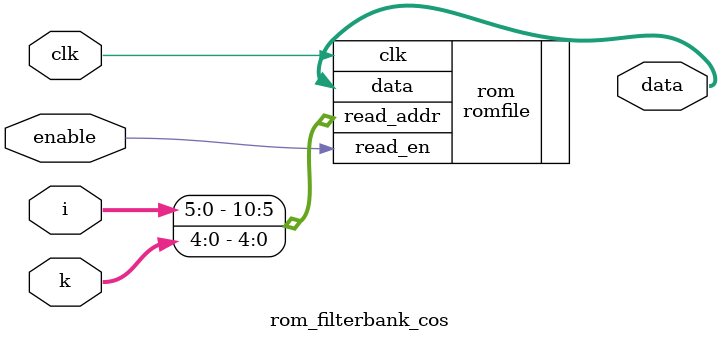
<source format=v>
`timescale 1ns / 1ps
`default_nettype none

module rom_filterbank_cos (
    input wire          clk,
	 input wire          enable,
	 input wire  [5:0]   i,
	 input wire  [4:0]   k,
    output wire [17:0]  data
    );

	romfile #(
		.ROM_WIDTH(18),
		.ROM_ADDR_BITS(11),
		.FILENAME("lookup_filterbank_cos.txt")
	) rom (
		.clk(clk),
		.read_en(enable),
		.read_addr({i, k}),
		.data(data)
	);
endmodule


</source>
